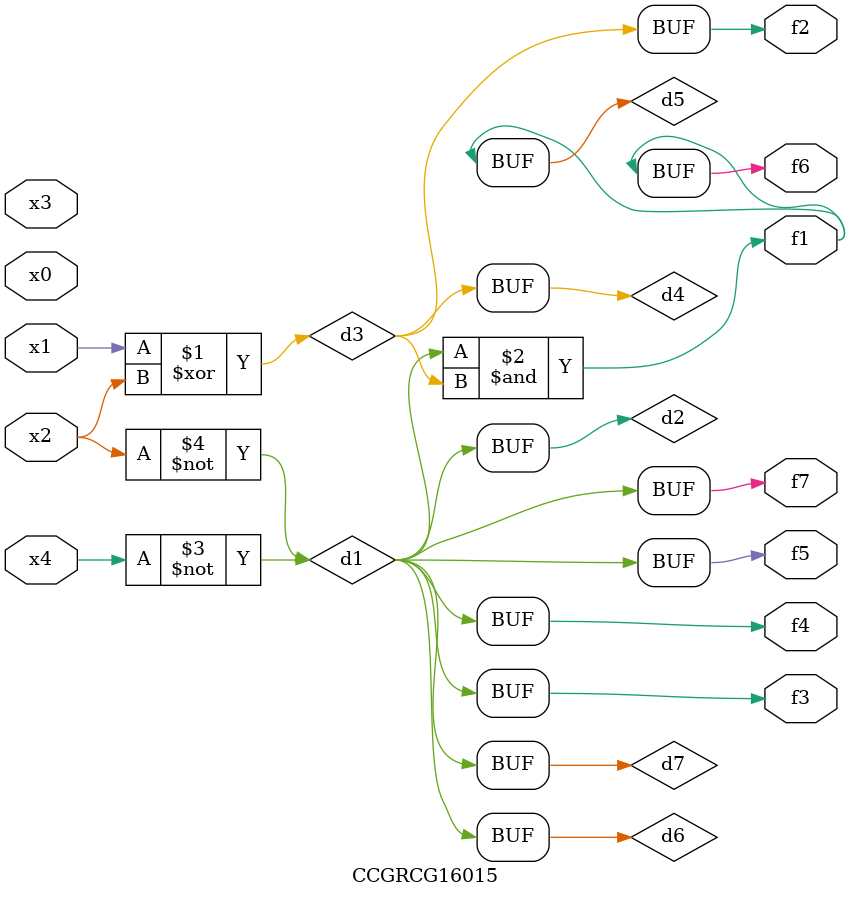
<source format=v>
module CCGRCG16015(
	input x0, x1, x2, x3, x4,
	output f1, f2, f3, f4, f5, f6, f7
);

	wire d1, d2, d3, d4, d5, d6, d7;

	not (d1, x4);
	not (d2, x2);
	xor (d3, x1, x2);
	buf (d4, d3);
	and (d5, d1, d3);
	buf (d6, d1, d2);
	buf (d7, d2);
	assign f1 = d5;
	assign f2 = d4;
	assign f3 = d7;
	assign f4 = d7;
	assign f5 = d7;
	assign f6 = d5;
	assign f7 = d7;
endmodule

</source>
